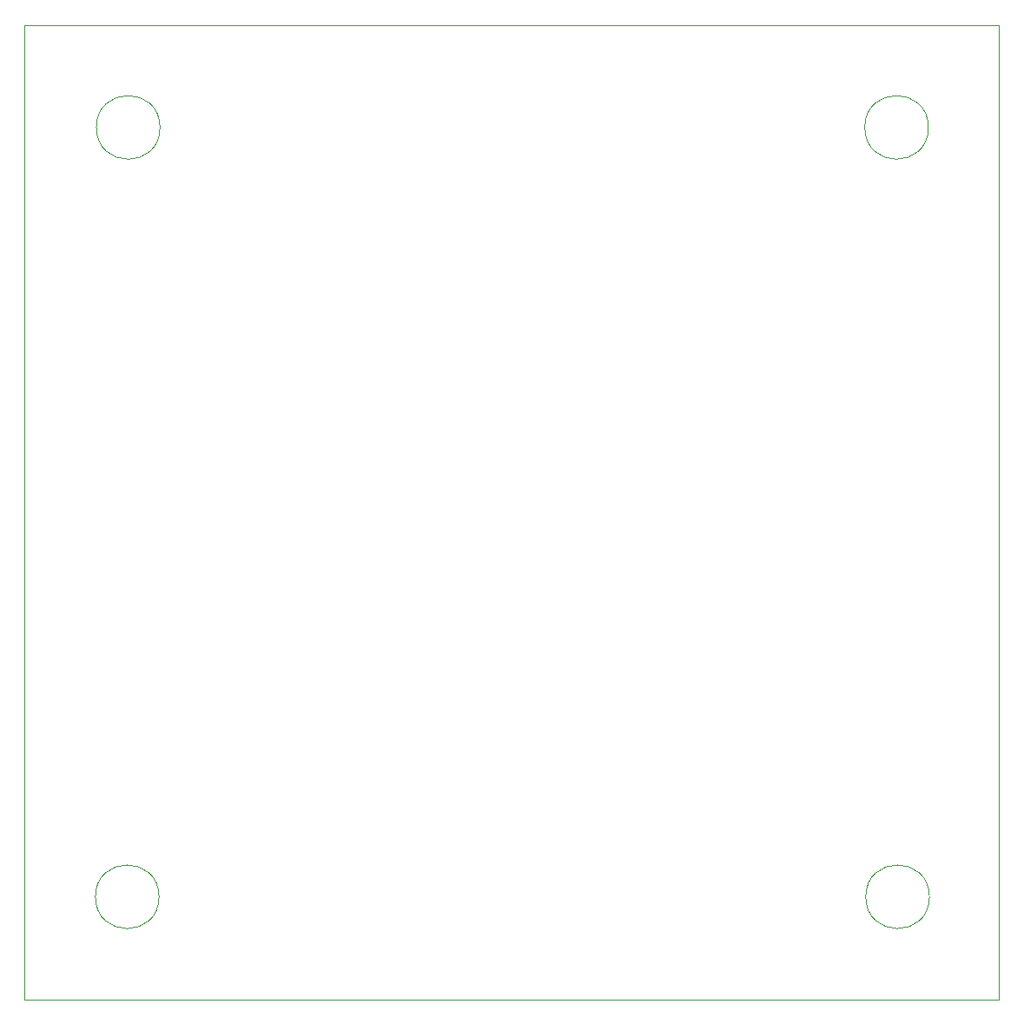
<source format=gbr>
%TF.GenerationSoftware,KiCad,Pcbnew,9.0.3*%
%TF.CreationDate,2025-11-12T11:23:42-05:00*%
%TF.ProjectId,monitor REV2,6d6f6e69-746f-4722-9052-4556322e6b69,rev?*%
%TF.SameCoordinates,Original*%
%TF.FileFunction,Profile,NP*%
%FSLAX46Y46*%
G04 Gerber Fmt 4.6, Leading zero omitted, Abs format (unit mm)*
G04 Created by KiCad (PCBNEW 9.0.3) date 2025-11-12 11:23:42*
%MOMM*%
%LPD*%
G01*
G04 APERTURE LIST*
%TA.AperFunction,Profile*%
%ADD10C,0.050000*%
%TD*%
G04 APERTURE END LIST*
D10*
X134000000Y-128000000D02*
G75*
G02*
X127792746Y-128000000I-3103627J0D01*
G01*
X127792746Y-128000000D02*
G75*
G02*
X134000000Y-128000000I3103627J0D01*
G01*
X133903627Y-53000000D02*
G75*
G02*
X127696373Y-53000000I-3103627J0D01*
G01*
X127696373Y-53000000D02*
G75*
G02*
X133903627Y-53000000I3103627J0D01*
G01*
X59000000Y-53000000D02*
G75*
G02*
X52792746Y-53000000I-3103627J0D01*
G01*
X52792746Y-53000000D02*
G75*
G02*
X59000000Y-53000000I3103627J0D01*
G01*
X58903627Y-128000000D02*
G75*
G02*
X52696373Y-128000000I-3103627J0D01*
G01*
X52696373Y-128000000D02*
G75*
G02*
X58903627Y-128000000I3103627J0D01*
G01*
X45800000Y-43000000D02*
X140800000Y-43000000D01*
X140800000Y-138000000D01*
X45800000Y-138000000D01*
X45800000Y-43000000D01*
M02*

</source>
